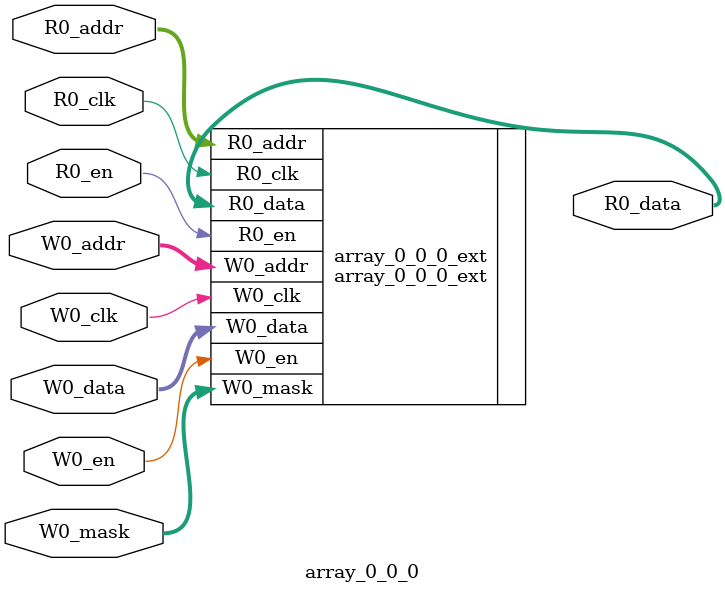
<source format=sv>
`ifndef RANDOMIZE
  `ifdef RANDOMIZE_REG_INIT
    `define RANDOMIZE
  `endif // RANDOMIZE_REG_INIT
`endif // not def RANDOMIZE
`ifndef RANDOMIZE
  `ifdef RANDOMIZE_MEM_INIT
    `define RANDOMIZE
  `endif // RANDOMIZE_MEM_INIT
`endif // not def RANDOMIZE

`ifndef RANDOM
  `define RANDOM $random
`endif // not def RANDOM

// Users can define 'PRINTF_COND' to add an extra gate to prints.
`ifndef PRINTF_COND_
  `ifdef PRINTF_COND
    `define PRINTF_COND_ (`PRINTF_COND)
  `else  // PRINTF_COND
    `define PRINTF_COND_ 1
  `endif // PRINTF_COND
`endif // not def PRINTF_COND_

// Users can define 'ASSERT_VERBOSE_COND' to add an extra gate to assert error printing.
`ifndef ASSERT_VERBOSE_COND_
  `ifdef ASSERT_VERBOSE_COND
    `define ASSERT_VERBOSE_COND_ (`ASSERT_VERBOSE_COND)
  `else  // ASSERT_VERBOSE_COND
    `define ASSERT_VERBOSE_COND_ 1
  `endif // ASSERT_VERBOSE_COND
`endif // not def ASSERT_VERBOSE_COND_

// Users can define 'STOP_COND' to add an extra gate to stop conditions.
`ifndef STOP_COND_
  `ifdef STOP_COND
    `define STOP_COND_ (`STOP_COND)
  `else  // STOP_COND
    `define STOP_COND_ 1
  `endif // STOP_COND
`endif // not def STOP_COND_

// Users can define INIT_RANDOM as general code that gets injected into the
// initializer block for modules with registers.
`ifndef INIT_RANDOM
  `define INIT_RANDOM
`endif // not def INIT_RANDOM

// If using random initialization, you can also define RANDOMIZE_DELAY to
// customize the delay used, otherwise 0.002 is used.
`ifndef RANDOMIZE_DELAY
  `define RANDOMIZE_DELAY 0.002
`endif // not def RANDOMIZE_DELAY

// Define INIT_RANDOM_PROLOG_ for use in our modules below.
`ifndef INIT_RANDOM_PROLOG_
  `ifdef RANDOMIZE
    `ifdef VERILATOR
      `define INIT_RANDOM_PROLOG_ `INIT_RANDOM
    `else  // VERILATOR
      `define INIT_RANDOM_PROLOG_ `INIT_RANDOM #`RANDOMIZE_DELAY begin end
    `endif // VERILATOR
  `else  // RANDOMIZE
    `define INIT_RANDOM_PROLOG_
  `endif // RANDOMIZE
`endif // not def INIT_RANDOM_PROLOG_

module array_0_0_0(	// @[DescribedSRAM.scala:17:26]
  input  [6:0]   R0_addr,
  input          R0_en,
                 R0_clk,
  input  [6:0]   W0_addr,
  input          W0_en,
                 W0_clk,
  input  [127:0] W0_data,
  input  [1:0]   W0_mask,
  output [127:0] R0_data
);

  array_0_0_0_ext array_0_0_0_ext (	// @[DescribedSRAM.scala:17:26]
    .R0_addr (R0_addr),
    .R0_en   (R0_en),
    .R0_clk  (R0_clk),
    .W0_addr (W0_addr),
    .W0_en   (W0_en),
    .W0_clk  (W0_clk),
    .W0_data (W0_data),
    .W0_mask (W0_mask),
    .R0_data (R0_data)
  );
endmodule


</source>
